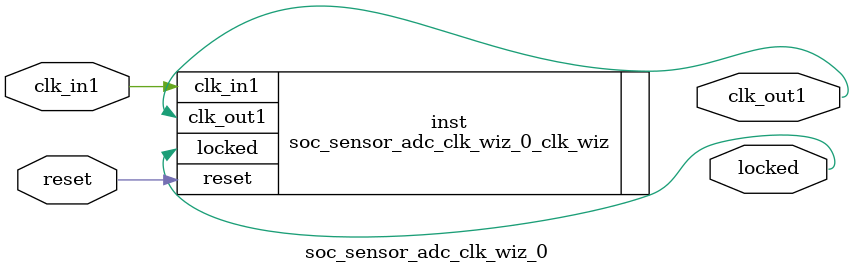
<source format=v>


`timescale 1ps/1ps

(* CORE_GENERATION_INFO = "soc_sensor_adc_clk_wiz_0,clk_wiz_v6_0_15_0_0,{component_name=soc_sensor_adc_clk_wiz_0,use_phase_alignment=true,use_min_o_jitter=false,use_max_i_jitter=false,use_dyn_phase_shift=false,use_inclk_switchover=false,use_dyn_reconfig=false,enable_axi=0,feedback_source=FDBK_AUTO,PRIMITIVE=MMCM,num_out_clk=1,clkin1_period=10.000,clkin2_period=10.000,use_power_down=false,use_reset=true,use_locked=true,use_inclk_stopped=false,feedback_type=SINGLE,CLOCK_MGR_TYPE=NA,manual_override=false}" *)

module soc_sensor_adc_clk_wiz_0 
 (
  // Clock out ports
  output        clk_out1,
  // Status and control signals
  input         reset,
  output        locked,
 // Clock in ports
  input         clk_in1
 );

  soc_sensor_adc_clk_wiz_0_clk_wiz inst
  (
  // Clock out ports  
  .clk_out1(clk_out1),
  // Status and control signals               
  .reset(reset), 
  .locked(locked),
 // Clock in ports
  .clk_in1(clk_in1)
  );

endmodule

</source>
